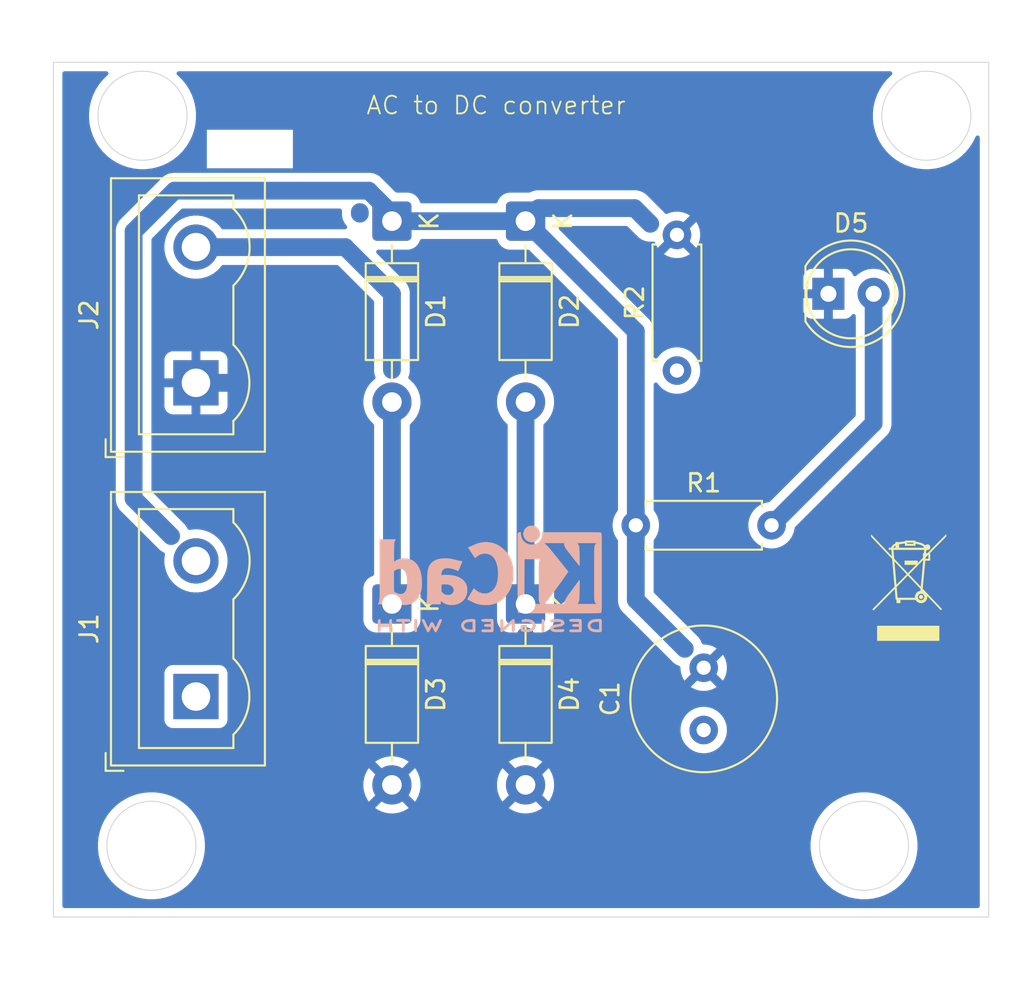
<source format=kicad_pcb>
(kicad_pcb (version 20241229) (generator "pcbnew") (generator_version "9.0")
  (layers (0 "F.Cu" signal) (2 "B.Cu" signal) (13 "F.Paste" user) (15 "B.Paste" user) (5 "F.SilkS" user "F.Silkscreen") (7 "B.SilkS" user "B.Silkscreen") (1 "F.Mask" user) (3 "B.Mask" user) (25 "Edge.Cuts" user))
  (net 0 "")
  (net 1 "/+VE")
  (net 2 "GND")
  (net 3 "Net-(D1-A)")
  (net 4 "Net-(D2-A)")
  (net 5 "Net-(D5-A)")
  (footprint "Symbol:WEEE-Logo_4.2x6mm_SilkScreen" (layer "F.Cu") (at 163 94)
    (property "Reference" "REF**" (hide yes))
    (property "Value" "WEEE-Logo_4.2x6mm_SilkScreen" (hide yes))
  )
  (footprint "LED_THT:LED_D5.0mm" (layer "F.Cu") (at 158.5 77.5)
    (property "Reference" "D5" (at 1.27 -3.96 0) (layer "F.SilkS"))
    (property "Value" "LED")
    (pad "1" thru_hole rect (at 0 0) (size 1.8 1.8) (drill 0.9) (layers "*.Cu" "*.Mask") (net 2 "GND"))
    (pad "2" thru_hole circle (at 2.54 0) (size 1.8 1.8) (drill 0.9) (layers "*.Cu" "*.Mask") (net 5 "Net-(D5-A)"))
  )
  (footprint "Capacitor_THT:C_Radial_D8.0mm_H11.5mm_P3.50mm" (layer "F.Cu") (at 151.5 102 90)
    (property "Reference" "C1" (at 1.75 -5.25 90) (layer "F.SilkS"))
    (property "Value" "1000uF")
    (pad "1" thru_hole circle (at 0 0 90) (size 1.6 1.6) (drill 0.8) (layers "*.Cu" "*.Mask") (net 1 "/+VE"))
    (pad "2" thru_hole circle (at 3.5 0 90) (size 1.6 1.6) (drill 0.8) (layers "*.Cu" "*.Mask") (net 2 "GND"))
  )
  (footprint "Resistor_THT:R_Axial_DIN0207_L6.3mm_D2.5mm_P7.62mm_Horizontal" (layer "F.Cu") (at 150 81.81 90)
    (property "Reference" "R2" (at 3.81 -2.37 90) (layer "F.SilkS"))
    (property "Value" "10k")
    (pad "1" thru_hole circle (at 0 0 90) (size 1.6 1.6) (drill 0.8) (layers "*.Cu" "*.Mask") (net 1 "/+VE"))
    (pad "2" thru_hole circle (at 7.62 0 90) (size 1.6 1.6) (drill 0.8) (layers "*.Cu" "*.Mask") (net 2 "GND"))
  )
  (footprint "Diode_THT:D_DO-41_SOD81_P10.16mm_Horizontal" (layer "F.Cu") (at 134 73.42 -90)
    (property "Reference" "D1" (at 5.08 -2.47 90) (layer "F.SilkS"))
    (property "Value" "1N4007")
    (fp_text user "K" (at 0 -2.1 90) (layer "F.SilkS"))
    (pad "1" thru_hole roundrect (at 0 0 270) (size 2.2 2.2) (drill 1.1) (layers "*.Cu" "*.Mask") (roundrect_rratio 0.113636) (net 1 "/+VE"))
    (pad "2" thru_hole circle (at 10.16 0 270) (size 2.2 2.2) (drill 1.1) (layers "*.Cu" "*.Mask") (net 3 "Net-(D1-A)"))
  )
  (footprint "Diode_THT:D_DO-41_SOD81_P10.16mm_Horizontal" (layer "F.Cu") (at 134 94.92 -90)
    (property "Reference" "D3" (at 5.08 -2.47 90) (layer "F.SilkS"))
    (property "Value" "1N4007")
    (fp_text user "K" (at 0 -2.1 90) (layer "F.SilkS"))
    (pad "1" thru_hole roundrect (at 0 0 270) (size 2.2 2.2) (drill 1.1) (layers "*.Cu" "*.Mask") (roundrect_rratio 0.113636) (net 3 "Net-(D1-A)"))
    (pad "2" thru_hole circle (at 10.16 0 270) (size 2.2 2.2) (drill 1.1) (layers "*.Cu" "*.Mask") (net 2 "GND"))
  )
  (footprint "TerminalBlock_Wuerth:Wuerth_691311400102_P7.62mm" (layer "F.Cu") (at 123 82.5 90)
    (property "Reference" "J2" (at 3.81 -6 90) (layer "F.SilkS"))
    (property "Value" "Screw_Terminal_01x02")
    (pad "1" thru_hole rect (at 0 0 90) (size 2.54 2.54) (drill 1.6) (layers "*.Cu" "*.Mask") (net 2 "GND"))
    (pad "2" thru_hole circle (at 7.62 0 90) (size 2.54 2.54) (drill 1.6) (layers "*.Cu" "*.Mask") (net 1 "/+VE"))
  )
  (footprint "Diode_THT:D_DO-41_SOD81_P10.16mm_Horizontal" (layer "F.Cu") (at 141.5 73.42 -90)
    (property "Reference" "D2" (at 5.08 -2.47 90) (layer "F.SilkS"))
    (property "Value" "1N4007")
    (fp_text user "K" (at 0 -2.1 90) (layer "F.SilkS"))
    (pad "1" thru_hole roundrect (at 0 0 270) (size 2.2 2.2) (drill 1.1) (layers "*.Cu" "*.Mask") (roundrect_rratio 0.113636) (net 1 "/+VE"))
    (pad "2" thru_hole circle (at 10.16 0 270) (size 2.2 2.2) (drill 1.1) (layers "*.Cu" "*.Mask") (net 4 "Net-(D2-A)"))
  )
  (footprint "Diode_THT:D_DO-41_SOD81_P10.16mm_Horizontal" (layer "F.Cu") (at 141.5 94.92 -90)
    (property "Reference" "D4" (at 5.08 -2.47 90) (layer "F.SilkS"))
    (property "Value" "1N4007")
    (fp_text user "K" (at 0 -2.1 90) (layer "F.SilkS"))
    (pad "1" thru_hole roundrect (at 0 0 270) (size 2.2 2.2) (drill 1.1) (layers "*.Cu" "*.Mask") (roundrect_rratio 0.113636) (net 4 "Net-(D2-A)"))
    (pad "2" thru_hole circle (at 10.16 0 270) (size 2.2 2.2) (drill 1.1) (layers "*.Cu" "*.Mask") (net 2 "GND"))
  )
  (footprint "Resistor_THT:R_Axial_DIN0207_L6.3mm_D2.5mm_P7.62mm_Horizontal" (layer "F.Cu") (at 147.69 90.5)
    (property "Reference" "R1" (at 3.81 -2.37 0) (layer "F.SilkS"))
    (property "Value" "2.2")
    (pad "1" thru_hole circle (at 0 0) (size 1.6 1.6) (drill 0.8) (layers "*.Cu" "*.Mask") (net 1 "/+VE"))
    (pad "2" thru_hole circle (at 7.62 0) (size 1.6 1.6) (drill 0.8) (layers "*.Cu" "*.Mask") (net 5 "Net-(D5-A)"))
  )
  (footprint "TerminalBlock_Wuerth:Wuerth_691311400102_P7.62mm" (layer "F.Cu") (at 123 100.12 90)
    (property "Reference" "J1" (at 3.81 -6 90) (layer "F.SilkS"))
    (property "Value" "Screw_Terminal_01x02")
    (pad "1" thru_hole rect (at 0 0 90) (size 2.54 2.54) (drill 1.6) (layers "*.Cu" "*.Mask") (net 4 "Net-(D2-A)"))
    (pad "2" thru_hole circle (at 7.62 0 90) (size 2.54 2.54) (drill 1.6) (layers "*.Cu" "*.Mask") (net 3 "Net-(D1-A)"))
  )
  (footprint "Symbol:KiCad-Logo2_5mm_SilkScreen" (layer "B.Cu") (at 139.5 93.5 180)
    (property "Reference" "REF**" (hide yes))
    (property "Value" "KiCad-Logo2_5mm_SilkScreen" (hide yes))
  )
  (gr_circle (center 160.5 108.5) (end 160.5 111) (stroke (width 0.05)) (fill no) (layer "Edge.Cuts"))
  (gr_rect (start 115 64.5) (end 167.5 112.5) (stroke (width 0.05)) (fill no) (layer "Edge.Cuts"))
  (gr_circle (center 120 67.5) (end 120 70) (stroke (width 0.05)) (fill no) (layer "Edge.Cuts"))
  (gr_circle (center 120.5 108.5) (end 120.5 111) (stroke (width 0.05)) (fill no) (layer "Edge.Cuts"))
  (gr_circle (center 164 67.5) (end 164 70) (stroke (width 0.05)) (fill no) (layer "Edge.Cuts"))
  (gr_text "AC to DC converter\n" (at 132.5 67.5 0) (layer "F.SilkS") (effects (font (size 1 1) (thickness 0.1)) (justify left bottom)))
  (segment (start 141.5 73.42) (end 142.231 72.689) (width 1) (layer "B.Cu") (net 1))
  (segment (start 147.69 90.5) (end 147.69 94.69) (width 1) (layer "B.Cu") (net 1))
  (segment (start 134 73.42) (end 141.5 73.42) (width 1) (layer "B.Cu") (net 1))
  (segment (start 121.606293 91.106293) (end 119.5 89) (width 1) (layer "B.Cu") (net 1))
  (segment (start 134 73.01153) (end 134 73.42) (width 1) (layer "B.Cu") (net 1))
  (segment (start 131.38 74.88) (end 123 74.88) (width 1) (layer "B.Cu") (net 1))
  (segment (start 132.69647 71.708) (end 134 73.01153) (width 1) (layer "B.Cu") (net 1))
  (segment (start 147.69 79.61) (end 147.69 90.5) (width 1) (layer "B.Cu") (net 1))
  (segment (start 119.5 74) (end 121.792 71.708) (width 1) (layer "B.Cu") (net 1))
  (segment (start 134 77.5) (end 131.38 74.88) (width 1) (layer "B.Cu") (net 1))
  (segment (start 134 81.779) (end 134 77.5) (width 1) (layer "B.Cu") (net 1))
  (segment (start 119.5 89) (end 119.5 74) (width 1) (layer "B.Cu") (net 1))
  (segment (start 142.231 72.689) (end 147.619735 72.689) (width 1) (layer "B.Cu") (net 1))
  (segment (start 121.792 71.708) (end 132.69647 71.708) (width 1) (layer "B.Cu") (net 1))
  (segment (start 147.69 94.69) (end 150.438633 97.438633) (width 1) (layer "B.Cu") (net 1))
  (segment (start 141.5 73.42) (end 147.69 79.61) (width 1) (layer "B.Cu") (net 1))
  (segment (start 147.619735 72.689) (end 148.499 73.568265) (width 1) (layer "B.Cu") (net 1))
  (segment (start 132 98.5) (end 141.5 98.5) (width 1) (layer "B.Cu") (net 2))
  (segment (start 141.5 98.5) (end 141.5 96.721) (width 1) (layer "B.Cu") (net 2))
  (segment (start 128 94.5) (end 132 98.5) (width 1) (layer "B.Cu") (net 2))
  (segment (start 123 82.5) (end 128 82.5) (width 1) (layer "B.Cu") (net 2))
  (segment (start 128 82.5) (end 128 94.5) (width 1) (layer "B.Cu") (net 2))
  (segment (start 134 94.92) (end 134 83.58) (width 1) (layer "B.Cu") (net 3))
  (segment (start 132.199 72.909) (end 132.199 73) (width 1) (layer "B.Cu") (net 3))
  (segment (start 141.5 83.58) (end 141.5 94.92) (width 1) (layer "B.Cu") (net 4))
  (segment (start 161.04 84.77) (end 161.04 77.5) (width 1) (layer "B.Cu") (net 5))
  (segment (start 155.31 90.5) (end 161.04 84.77) (width 1) (layer "B.Cu") (net 5))
  (zone (net 2) (net_name "GND") (layer "B.Cu") (connect_pads (clearance 0.5)) (min_thickness 0.25) (fill yes (thermal_gap 0.5) (thermal_bridge_width 0.5))
    (polygon (pts (xy 112.5 62) (xy 169.5 62.5) (xy 169.5 117) (xy 112 117) (xy 112 61) (xy 114 62)))
  )
)
</source>
